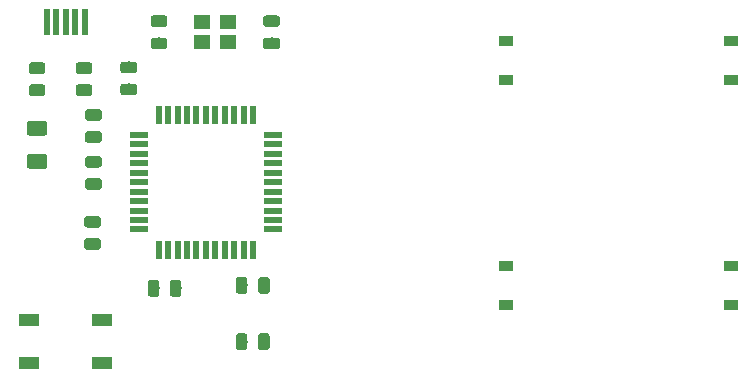
<source format=gbp>
G04 #@! TF.GenerationSoftware,KiCad,Pcbnew,(5.1.4-0-10_14)*
G04 #@! TF.CreationDate,2021-03-21T04:54:58+00:00*
G04 #@! TF.ProjectId,aio3,61696f33-2e6b-4696-9361-645f70636258,rev?*
G04 #@! TF.SameCoordinates,Original*
G04 #@! TF.FileFunction,Paste,Bot*
G04 #@! TF.FilePolarity,Positive*
%FSLAX46Y46*%
G04 Gerber Fmt 4.6, Leading zero omitted, Abs format (unit mm)*
G04 Created by KiCad (PCBNEW (5.1.4-0-10_14)) date 2021-03-21 04:54:58*
%MOMM*%
%LPD*%
G04 APERTURE LIST*
%ADD10R,0.500000X2.250000*%
%ADD11R,1.800000X1.100000*%
%ADD12C,0.100000*%
%ADD13C,0.975000*%
%ADD14R,1.400000X1.200000*%
%ADD15R,0.550000X1.500000*%
%ADD16R,1.500000X0.550000*%
%ADD17R,1.200000X0.900000*%
%ADD18C,1.250000*%
G04 APERTURE END LIST*
D10*
X81013500Y-68000000D03*
X81813500Y-68000000D03*
X82613500Y-68000000D03*
X83413500Y-68000000D03*
X84213500Y-68000000D03*
D11*
X85681750Y-96909500D03*
X79481750Y-93209500D03*
X85681750Y-93209500D03*
X79481750Y-96909500D03*
D12*
G36*
X99661892Y-94360674D02*
G01*
X99685553Y-94364184D01*
X99708757Y-94369996D01*
X99731279Y-94378054D01*
X99752903Y-94388282D01*
X99773420Y-94400579D01*
X99792633Y-94414829D01*
X99810357Y-94430893D01*
X99826421Y-94448617D01*
X99840671Y-94467830D01*
X99852968Y-94488347D01*
X99863196Y-94509971D01*
X99871254Y-94532493D01*
X99877066Y-94555697D01*
X99880576Y-94579358D01*
X99881750Y-94603250D01*
X99881750Y-95515750D01*
X99880576Y-95539642D01*
X99877066Y-95563303D01*
X99871254Y-95586507D01*
X99863196Y-95609029D01*
X99852968Y-95630653D01*
X99840671Y-95651170D01*
X99826421Y-95670383D01*
X99810357Y-95688107D01*
X99792633Y-95704171D01*
X99773420Y-95718421D01*
X99752903Y-95730718D01*
X99731279Y-95740946D01*
X99708757Y-95749004D01*
X99685553Y-95754816D01*
X99661892Y-95758326D01*
X99638000Y-95759500D01*
X99150500Y-95759500D01*
X99126608Y-95758326D01*
X99102947Y-95754816D01*
X99079743Y-95749004D01*
X99057221Y-95740946D01*
X99035597Y-95730718D01*
X99015080Y-95718421D01*
X98995867Y-95704171D01*
X98978143Y-95688107D01*
X98962079Y-95670383D01*
X98947829Y-95651170D01*
X98935532Y-95630653D01*
X98925304Y-95609029D01*
X98917246Y-95586507D01*
X98911434Y-95563303D01*
X98907924Y-95539642D01*
X98906750Y-95515750D01*
X98906750Y-94603250D01*
X98907924Y-94579358D01*
X98911434Y-94555697D01*
X98917246Y-94532493D01*
X98925304Y-94509971D01*
X98935532Y-94488347D01*
X98947829Y-94467830D01*
X98962079Y-94448617D01*
X98978143Y-94430893D01*
X98995867Y-94414829D01*
X99015080Y-94400579D01*
X99035597Y-94388282D01*
X99057221Y-94378054D01*
X99079743Y-94369996D01*
X99102947Y-94364184D01*
X99126608Y-94360674D01*
X99150500Y-94359500D01*
X99638000Y-94359500D01*
X99661892Y-94360674D01*
X99661892Y-94360674D01*
G37*
D13*
X99394250Y-95059500D03*
D12*
G36*
X97786892Y-94360674D02*
G01*
X97810553Y-94364184D01*
X97833757Y-94369996D01*
X97856279Y-94378054D01*
X97877903Y-94388282D01*
X97898420Y-94400579D01*
X97917633Y-94414829D01*
X97935357Y-94430893D01*
X97951421Y-94448617D01*
X97965671Y-94467830D01*
X97977968Y-94488347D01*
X97988196Y-94509971D01*
X97996254Y-94532493D01*
X98002066Y-94555697D01*
X98005576Y-94579358D01*
X98006750Y-94603250D01*
X98006750Y-95515750D01*
X98005576Y-95539642D01*
X98002066Y-95563303D01*
X97996254Y-95586507D01*
X97988196Y-95609029D01*
X97977968Y-95630653D01*
X97965671Y-95651170D01*
X97951421Y-95670383D01*
X97935357Y-95688107D01*
X97917633Y-95704171D01*
X97898420Y-95718421D01*
X97877903Y-95730718D01*
X97856279Y-95740946D01*
X97833757Y-95749004D01*
X97810553Y-95754816D01*
X97786892Y-95758326D01*
X97763000Y-95759500D01*
X97275500Y-95759500D01*
X97251608Y-95758326D01*
X97227947Y-95754816D01*
X97204743Y-95749004D01*
X97182221Y-95740946D01*
X97160597Y-95730718D01*
X97140080Y-95718421D01*
X97120867Y-95704171D01*
X97103143Y-95688107D01*
X97087079Y-95670383D01*
X97072829Y-95651170D01*
X97060532Y-95630653D01*
X97050304Y-95609029D01*
X97042246Y-95586507D01*
X97036434Y-95563303D01*
X97032924Y-95539642D01*
X97031750Y-95515750D01*
X97031750Y-94603250D01*
X97032924Y-94579358D01*
X97036434Y-94555697D01*
X97042246Y-94532493D01*
X97050304Y-94509971D01*
X97060532Y-94488347D01*
X97072829Y-94467830D01*
X97087079Y-94448617D01*
X97103143Y-94430893D01*
X97120867Y-94414829D01*
X97140080Y-94400579D01*
X97160597Y-94388282D01*
X97182221Y-94378054D01*
X97204743Y-94369996D01*
X97227947Y-94364184D01*
X97251608Y-94360674D01*
X97275500Y-94359500D01*
X97763000Y-94359500D01*
X97786892Y-94360674D01*
X97786892Y-94360674D01*
G37*
D13*
X97519250Y-95059500D03*
D14*
X96381750Y-68015750D03*
X94181750Y-68015750D03*
X94181750Y-69715750D03*
X96381750Y-69715750D03*
D15*
X90488000Y-87265750D03*
X91288000Y-87265750D03*
X92088000Y-87265750D03*
X92888000Y-87265750D03*
X93688000Y-87265750D03*
X94488000Y-87265750D03*
X95288000Y-87265750D03*
X96088000Y-87265750D03*
X96888000Y-87265750D03*
X97688000Y-87265750D03*
X98488000Y-87265750D03*
D16*
X100188000Y-85565750D03*
X100188000Y-84765750D03*
X100188000Y-83965750D03*
X100188000Y-83165750D03*
X100188000Y-82365750D03*
X100188000Y-81565750D03*
X100188000Y-80765750D03*
X100188000Y-79965750D03*
X100188000Y-79165750D03*
X100188000Y-78365750D03*
X100188000Y-77565750D03*
D15*
X98488000Y-75865750D03*
X97688000Y-75865750D03*
X96888000Y-75865750D03*
X96088000Y-75865750D03*
X95288000Y-75865750D03*
X94488000Y-75865750D03*
X93688000Y-75865750D03*
X92888000Y-75865750D03*
X92088000Y-75865750D03*
X91288000Y-75865750D03*
X90488000Y-75865750D03*
D16*
X88788000Y-77565750D03*
X88788000Y-78365750D03*
X88788000Y-79165750D03*
X88788000Y-79965750D03*
X88788000Y-80765750D03*
X88788000Y-81565750D03*
X88788000Y-82365750D03*
X88788000Y-83165750D03*
X88788000Y-83965750D03*
X88788000Y-84765750D03*
X88788000Y-85565750D03*
D12*
G36*
X88427642Y-71347174D02*
G01*
X88451303Y-71350684D01*
X88474507Y-71356496D01*
X88497029Y-71364554D01*
X88518653Y-71374782D01*
X88539170Y-71387079D01*
X88558383Y-71401329D01*
X88576107Y-71417393D01*
X88592171Y-71435117D01*
X88606421Y-71454330D01*
X88618718Y-71474847D01*
X88628946Y-71496471D01*
X88637004Y-71518993D01*
X88642816Y-71542197D01*
X88646326Y-71565858D01*
X88647500Y-71589750D01*
X88647500Y-72077250D01*
X88646326Y-72101142D01*
X88642816Y-72124803D01*
X88637004Y-72148007D01*
X88628946Y-72170529D01*
X88618718Y-72192153D01*
X88606421Y-72212670D01*
X88592171Y-72231883D01*
X88576107Y-72249607D01*
X88558383Y-72265671D01*
X88539170Y-72279921D01*
X88518653Y-72292218D01*
X88497029Y-72302446D01*
X88474507Y-72310504D01*
X88451303Y-72316316D01*
X88427642Y-72319826D01*
X88403750Y-72321000D01*
X87491250Y-72321000D01*
X87467358Y-72319826D01*
X87443697Y-72316316D01*
X87420493Y-72310504D01*
X87397971Y-72302446D01*
X87376347Y-72292218D01*
X87355830Y-72279921D01*
X87336617Y-72265671D01*
X87318893Y-72249607D01*
X87302829Y-72231883D01*
X87288579Y-72212670D01*
X87276282Y-72192153D01*
X87266054Y-72170529D01*
X87257996Y-72148007D01*
X87252184Y-72124803D01*
X87248674Y-72101142D01*
X87247500Y-72077250D01*
X87247500Y-71589750D01*
X87248674Y-71565858D01*
X87252184Y-71542197D01*
X87257996Y-71518993D01*
X87266054Y-71496471D01*
X87276282Y-71474847D01*
X87288579Y-71454330D01*
X87302829Y-71435117D01*
X87318893Y-71417393D01*
X87336617Y-71401329D01*
X87355830Y-71387079D01*
X87376347Y-71374782D01*
X87397971Y-71364554D01*
X87420493Y-71356496D01*
X87443697Y-71350684D01*
X87467358Y-71347174D01*
X87491250Y-71346000D01*
X88403750Y-71346000D01*
X88427642Y-71347174D01*
X88427642Y-71347174D01*
G37*
D13*
X87947500Y-71833500D03*
D12*
G36*
X88427642Y-73222174D02*
G01*
X88451303Y-73225684D01*
X88474507Y-73231496D01*
X88497029Y-73239554D01*
X88518653Y-73249782D01*
X88539170Y-73262079D01*
X88558383Y-73276329D01*
X88576107Y-73292393D01*
X88592171Y-73310117D01*
X88606421Y-73329330D01*
X88618718Y-73349847D01*
X88628946Y-73371471D01*
X88637004Y-73393993D01*
X88642816Y-73417197D01*
X88646326Y-73440858D01*
X88647500Y-73464750D01*
X88647500Y-73952250D01*
X88646326Y-73976142D01*
X88642816Y-73999803D01*
X88637004Y-74023007D01*
X88628946Y-74045529D01*
X88618718Y-74067153D01*
X88606421Y-74087670D01*
X88592171Y-74106883D01*
X88576107Y-74124607D01*
X88558383Y-74140671D01*
X88539170Y-74154921D01*
X88518653Y-74167218D01*
X88497029Y-74177446D01*
X88474507Y-74185504D01*
X88451303Y-74191316D01*
X88427642Y-74194826D01*
X88403750Y-74196000D01*
X87491250Y-74196000D01*
X87467358Y-74194826D01*
X87443697Y-74191316D01*
X87420493Y-74185504D01*
X87397971Y-74177446D01*
X87376347Y-74167218D01*
X87355830Y-74154921D01*
X87336617Y-74140671D01*
X87318893Y-74124607D01*
X87302829Y-74106883D01*
X87288579Y-74087670D01*
X87276282Y-74067153D01*
X87266054Y-74045529D01*
X87257996Y-74023007D01*
X87252184Y-73999803D01*
X87248674Y-73976142D01*
X87247500Y-73952250D01*
X87247500Y-73464750D01*
X87248674Y-73440858D01*
X87252184Y-73417197D01*
X87257996Y-73393993D01*
X87266054Y-73371471D01*
X87276282Y-73349847D01*
X87288579Y-73329330D01*
X87302829Y-73310117D01*
X87318893Y-73292393D01*
X87336617Y-73276329D01*
X87355830Y-73262079D01*
X87376347Y-73249782D01*
X87397971Y-73239554D01*
X87420493Y-73231496D01*
X87443697Y-73225684D01*
X87467358Y-73222174D01*
X87491250Y-73221000D01*
X88403750Y-73221000D01*
X88427642Y-73222174D01*
X88427642Y-73222174D01*
G37*
D13*
X87947500Y-73708500D03*
D12*
G36*
X84649392Y-71410674D02*
G01*
X84673053Y-71414184D01*
X84696257Y-71419996D01*
X84718779Y-71428054D01*
X84740403Y-71438282D01*
X84760920Y-71450579D01*
X84780133Y-71464829D01*
X84797857Y-71480893D01*
X84813921Y-71498617D01*
X84828171Y-71517830D01*
X84840468Y-71538347D01*
X84850696Y-71559971D01*
X84858754Y-71582493D01*
X84864566Y-71605697D01*
X84868076Y-71629358D01*
X84869250Y-71653250D01*
X84869250Y-72140750D01*
X84868076Y-72164642D01*
X84864566Y-72188303D01*
X84858754Y-72211507D01*
X84850696Y-72234029D01*
X84840468Y-72255653D01*
X84828171Y-72276170D01*
X84813921Y-72295383D01*
X84797857Y-72313107D01*
X84780133Y-72329171D01*
X84760920Y-72343421D01*
X84740403Y-72355718D01*
X84718779Y-72365946D01*
X84696257Y-72374004D01*
X84673053Y-72379816D01*
X84649392Y-72383326D01*
X84625500Y-72384500D01*
X83713000Y-72384500D01*
X83689108Y-72383326D01*
X83665447Y-72379816D01*
X83642243Y-72374004D01*
X83619721Y-72365946D01*
X83598097Y-72355718D01*
X83577580Y-72343421D01*
X83558367Y-72329171D01*
X83540643Y-72313107D01*
X83524579Y-72295383D01*
X83510329Y-72276170D01*
X83498032Y-72255653D01*
X83487804Y-72234029D01*
X83479746Y-72211507D01*
X83473934Y-72188303D01*
X83470424Y-72164642D01*
X83469250Y-72140750D01*
X83469250Y-71653250D01*
X83470424Y-71629358D01*
X83473934Y-71605697D01*
X83479746Y-71582493D01*
X83487804Y-71559971D01*
X83498032Y-71538347D01*
X83510329Y-71517830D01*
X83524579Y-71498617D01*
X83540643Y-71480893D01*
X83558367Y-71464829D01*
X83577580Y-71450579D01*
X83598097Y-71438282D01*
X83619721Y-71428054D01*
X83642243Y-71419996D01*
X83665447Y-71414184D01*
X83689108Y-71410674D01*
X83713000Y-71409500D01*
X84625500Y-71409500D01*
X84649392Y-71410674D01*
X84649392Y-71410674D01*
G37*
D13*
X84169250Y-71897000D03*
D12*
G36*
X84649392Y-73285674D02*
G01*
X84673053Y-73289184D01*
X84696257Y-73294996D01*
X84718779Y-73303054D01*
X84740403Y-73313282D01*
X84760920Y-73325579D01*
X84780133Y-73339829D01*
X84797857Y-73355893D01*
X84813921Y-73373617D01*
X84828171Y-73392830D01*
X84840468Y-73413347D01*
X84850696Y-73434971D01*
X84858754Y-73457493D01*
X84864566Y-73480697D01*
X84868076Y-73504358D01*
X84869250Y-73528250D01*
X84869250Y-74015750D01*
X84868076Y-74039642D01*
X84864566Y-74063303D01*
X84858754Y-74086507D01*
X84850696Y-74109029D01*
X84840468Y-74130653D01*
X84828171Y-74151170D01*
X84813921Y-74170383D01*
X84797857Y-74188107D01*
X84780133Y-74204171D01*
X84760920Y-74218421D01*
X84740403Y-74230718D01*
X84718779Y-74240946D01*
X84696257Y-74249004D01*
X84673053Y-74254816D01*
X84649392Y-74258326D01*
X84625500Y-74259500D01*
X83713000Y-74259500D01*
X83689108Y-74258326D01*
X83665447Y-74254816D01*
X83642243Y-74249004D01*
X83619721Y-74240946D01*
X83598097Y-74230718D01*
X83577580Y-74218421D01*
X83558367Y-74204171D01*
X83540643Y-74188107D01*
X83524579Y-74170383D01*
X83510329Y-74151170D01*
X83498032Y-74130653D01*
X83487804Y-74109029D01*
X83479746Y-74086507D01*
X83473934Y-74063303D01*
X83470424Y-74039642D01*
X83469250Y-74015750D01*
X83469250Y-73528250D01*
X83470424Y-73504358D01*
X83473934Y-73480697D01*
X83479746Y-73457493D01*
X83487804Y-73434971D01*
X83498032Y-73413347D01*
X83510329Y-73392830D01*
X83524579Y-73373617D01*
X83540643Y-73355893D01*
X83558367Y-73339829D01*
X83577580Y-73325579D01*
X83598097Y-73313282D01*
X83619721Y-73303054D01*
X83642243Y-73294996D01*
X83665447Y-73289184D01*
X83689108Y-73285674D01*
X83713000Y-73284500D01*
X84625500Y-73284500D01*
X84649392Y-73285674D01*
X84649392Y-73285674D01*
G37*
D13*
X84169250Y-73772000D03*
D12*
G36*
X97786892Y-89598174D02*
G01*
X97810553Y-89601684D01*
X97833757Y-89607496D01*
X97856279Y-89615554D01*
X97877903Y-89625782D01*
X97898420Y-89638079D01*
X97917633Y-89652329D01*
X97935357Y-89668393D01*
X97951421Y-89686117D01*
X97965671Y-89705330D01*
X97977968Y-89725847D01*
X97988196Y-89747471D01*
X97996254Y-89769993D01*
X98002066Y-89793197D01*
X98005576Y-89816858D01*
X98006750Y-89840750D01*
X98006750Y-90753250D01*
X98005576Y-90777142D01*
X98002066Y-90800803D01*
X97996254Y-90824007D01*
X97988196Y-90846529D01*
X97977968Y-90868153D01*
X97965671Y-90888670D01*
X97951421Y-90907883D01*
X97935357Y-90925607D01*
X97917633Y-90941671D01*
X97898420Y-90955921D01*
X97877903Y-90968218D01*
X97856279Y-90978446D01*
X97833757Y-90986504D01*
X97810553Y-90992316D01*
X97786892Y-90995826D01*
X97763000Y-90997000D01*
X97275500Y-90997000D01*
X97251608Y-90995826D01*
X97227947Y-90992316D01*
X97204743Y-90986504D01*
X97182221Y-90978446D01*
X97160597Y-90968218D01*
X97140080Y-90955921D01*
X97120867Y-90941671D01*
X97103143Y-90925607D01*
X97087079Y-90907883D01*
X97072829Y-90888670D01*
X97060532Y-90868153D01*
X97050304Y-90846529D01*
X97042246Y-90824007D01*
X97036434Y-90800803D01*
X97032924Y-90777142D01*
X97031750Y-90753250D01*
X97031750Y-89840750D01*
X97032924Y-89816858D01*
X97036434Y-89793197D01*
X97042246Y-89769993D01*
X97050304Y-89747471D01*
X97060532Y-89725847D01*
X97072829Y-89705330D01*
X97087079Y-89686117D01*
X97103143Y-89668393D01*
X97120867Y-89652329D01*
X97140080Y-89638079D01*
X97160597Y-89625782D01*
X97182221Y-89615554D01*
X97204743Y-89607496D01*
X97227947Y-89601684D01*
X97251608Y-89598174D01*
X97275500Y-89597000D01*
X97763000Y-89597000D01*
X97786892Y-89598174D01*
X97786892Y-89598174D01*
G37*
D13*
X97519250Y-90297000D03*
D12*
G36*
X99661892Y-89598174D02*
G01*
X99685553Y-89601684D01*
X99708757Y-89607496D01*
X99731279Y-89615554D01*
X99752903Y-89625782D01*
X99773420Y-89638079D01*
X99792633Y-89652329D01*
X99810357Y-89668393D01*
X99826421Y-89686117D01*
X99840671Y-89705330D01*
X99852968Y-89725847D01*
X99863196Y-89747471D01*
X99871254Y-89769993D01*
X99877066Y-89793197D01*
X99880576Y-89816858D01*
X99881750Y-89840750D01*
X99881750Y-90753250D01*
X99880576Y-90777142D01*
X99877066Y-90800803D01*
X99871254Y-90824007D01*
X99863196Y-90846529D01*
X99852968Y-90868153D01*
X99840671Y-90888670D01*
X99826421Y-90907883D01*
X99810357Y-90925607D01*
X99792633Y-90941671D01*
X99773420Y-90955921D01*
X99752903Y-90968218D01*
X99731279Y-90978446D01*
X99708757Y-90986504D01*
X99685553Y-90992316D01*
X99661892Y-90995826D01*
X99638000Y-90997000D01*
X99150500Y-90997000D01*
X99126608Y-90995826D01*
X99102947Y-90992316D01*
X99079743Y-90986504D01*
X99057221Y-90978446D01*
X99035597Y-90968218D01*
X99015080Y-90955921D01*
X98995867Y-90941671D01*
X98978143Y-90925607D01*
X98962079Y-90907883D01*
X98947829Y-90888670D01*
X98935532Y-90868153D01*
X98925304Y-90846529D01*
X98917246Y-90824007D01*
X98911434Y-90800803D01*
X98907924Y-90777142D01*
X98906750Y-90753250D01*
X98906750Y-89840750D01*
X98907924Y-89816858D01*
X98911434Y-89793197D01*
X98917246Y-89769993D01*
X98925304Y-89747471D01*
X98935532Y-89725847D01*
X98947829Y-89705330D01*
X98962079Y-89686117D01*
X98978143Y-89668393D01*
X98995867Y-89652329D01*
X99015080Y-89638079D01*
X99035597Y-89625782D01*
X99057221Y-89615554D01*
X99079743Y-89607496D01*
X99102947Y-89601684D01*
X99126608Y-89598174D01*
X99150500Y-89597000D01*
X99638000Y-89597000D01*
X99661892Y-89598174D01*
X99661892Y-89598174D01*
G37*
D13*
X99394250Y-90297000D03*
D17*
X138938000Y-72897000D03*
X138938000Y-69597000D03*
D12*
G36*
X85443142Y-77254424D02*
G01*
X85466803Y-77257934D01*
X85490007Y-77263746D01*
X85512529Y-77271804D01*
X85534153Y-77282032D01*
X85554670Y-77294329D01*
X85573883Y-77308579D01*
X85591607Y-77324643D01*
X85607671Y-77342367D01*
X85621921Y-77361580D01*
X85634218Y-77382097D01*
X85644446Y-77403721D01*
X85652504Y-77426243D01*
X85658316Y-77449447D01*
X85661826Y-77473108D01*
X85663000Y-77497000D01*
X85663000Y-77984500D01*
X85661826Y-78008392D01*
X85658316Y-78032053D01*
X85652504Y-78055257D01*
X85644446Y-78077779D01*
X85634218Y-78099403D01*
X85621921Y-78119920D01*
X85607671Y-78139133D01*
X85591607Y-78156857D01*
X85573883Y-78172921D01*
X85554670Y-78187171D01*
X85534153Y-78199468D01*
X85512529Y-78209696D01*
X85490007Y-78217754D01*
X85466803Y-78223566D01*
X85443142Y-78227076D01*
X85419250Y-78228250D01*
X84506750Y-78228250D01*
X84482858Y-78227076D01*
X84459197Y-78223566D01*
X84435993Y-78217754D01*
X84413471Y-78209696D01*
X84391847Y-78199468D01*
X84371330Y-78187171D01*
X84352117Y-78172921D01*
X84334393Y-78156857D01*
X84318329Y-78139133D01*
X84304079Y-78119920D01*
X84291782Y-78099403D01*
X84281554Y-78077779D01*
X84273496Y-78055257D01*
X84267684Y-78032053D01*
X84264174Y-78008392D01*
X84263000Y-77984500D01*
X84263000Y-77497000D01*
X84264174Y-77473108D01*
X84267684Y-77449447D01*
X84273496Y-77426243D01*
X84281554Y-77403721D01*
X84291782Y-77382097D01*
X84304079Y-77361580D01*
X84318329Y-77342367D01*
X84334393Y-77324643D01*
X84352117Y-77308579D01*
X84371330Y-77294329D01*
X84391847Y-77282032D01*
X84413471Y-77271804D01*
X84435993Y-77263746D01*
X84459197Y-77257934D01*
X84482858Y-77254424D01*
X84506750Y-77253250D01*
X85419250Y-77253250D01*
X85443142Y-77254424D01*
X85443142Y-77254424D01*
G37*
D13*
X84963000Y-77740750D03*
D12*
G36*
X85443142Y-75379424D02*
G01*
X85466803Y-75382934D01*
X85490007Y-75388746D01*
X85512529Y-75396804D01*
X85534153Y-75407032D01*
X85554670Y-75419329D01*
X85573883Y-75433579D01*
X85591607Y-75449643D01*
X85607671Y-75467367D01*
X85621921Y-75486580D01*
X85634218Y-75507097D01*
X85644446Y-75528721D01*
X85652504Y-75551243D01*
X85658316Y-75574447D01*
X85661826Y-75598108D01*
X85663000Y-75622000D01*
X85663000Y-76109500D01*
X85661826Y-76133392D01*
X85658316Y-76157053D01*
X85652504Y-76180257D01*
X85644446Y-76202779D01*
X85634218Y-76224403D01*
X85621921Y-76244920D01*
X85607671Y-76264133D01*
X85591607Y-76281857D01*
X85573883Y-76297921D01*
X85554670Y-76312171D01*
X85534153Y-76324468D01*
X85512529Y-76334696D01*
X85490007Y-76342754D01*
X85466803Y-76348566D01*
X85443142Y-76352076D01*
X85419250Y-76353250D01*
X84506750Y-76353250D01*
X84482858Y-76352076D01*
X84459197Y-76348566D01*
X84435993Y-76342754D01*
X84413471Y-76334696D01*
X84391847Y-76324468D01*
X84371330Y-76312171D01*
X84352117Y-76297921D01*
X84334393Y-76281857D01*
X84318329Y-76264133D01*
X84304079Y-76244920D01*
X84291782Y-76224403D01*
X84281554Y-76202779D01*
X84273496Y-76180257D01*
X84267684Y-76157053D01*
X84264174Y-76133392D01*
X84263000Y-76109500D01*
X84263000Y-75622000D01*
X84264174Y-75598108D01*
X84267684Y-75574447D01*
X84273496Y-75551243D01*
X84281554Y-75528721D01*
X84291782Y-75507097D01*
X84304079Y-75486580D01*
X84318329Y-75467367D01*
X84334393Y-75449643D01*
X84352117Y-75433579D01*
X84371330Y-75419329D01*
X84391847Y-75407032D01*
X84413471Y-75396804D01*
X84435993Y-75388746D01*
X84459197Y-75382934D01*
X84482858Y-75379424D01*
X84506750Y-75378250D01*
X85419250Y-75378250D01*
X85443142Y-75379424D01*
X85443142Y-75379424D01*
G37*
D13*
X84963000Y-75865750D03*
D12*
G36*
X80680642Y-71410674D02*
G01*
X80704303Y-71414184D01*
X80727507Y-71419996D01*
X80750029Y-71428054D01*
X80771653Y-71438282D01*
X80792170Y-71450579D01*
X80811383Y-71464829D01*
X80829107Y-71480893D01*
X80845171Y-71498617D01*
X80859421Y-71517830D01*
X80871718Y-71538347D01*
X80881946Y-71559971D01*
X80890004Y-71582493D01*
X80895816Y-71605697D01*
X80899326Y-71629358D01*
X80900500Y-71653250D01*
X80900500Y-72140750D01*
X80899326Y-72164642D01*
X80895816Y-72188303D01*
X80890004Y-72211507D01*
X80881946Y-72234029D01*
X80871718Y-72255653D01*
X80859421Y-72276170D01*
X80845171Y-72295383D01*
X80829107Y-72313107D01*
X80811383Y-72329171D01*
X80792170Y-72343421D01*
X80771653Y-72355718D01*
X80750029Y-72365946D01*
X80727507Y-72374004D01*
X80704303Y-72379816D01*
X80680642Y-72383326D01*
X80656750Y-72384500D01*
X79744250Y-72384500D01*
X79720358Y-72383326D01*
X79696697Y-72379816D01*
X79673493Y-72374004D01*
X79650971Y-72365946D01*
X79629347Y-72355718D01*
X79608830Y-72343421D01*
X79589617Y-72329171D01*
X79571893Y-72313107D01*
X79555829Y-72295383D01*
X79541579Y-72276170D01*
X79529282Y-72255653D01*
X79519054Y-72234029D01*
X79510996Y-72211507D01*
X79505184Y-72188303D01*
X79501674Y-72164642D01*
X79500500Y-72140750D01*
X79500500Y-71653250D01*
X79501674Y-71629358D01*
X79505184Y-71605697D01*
X79510996Y-71582493D01*
X79519054Y-71559971D01*
X79529282Y-71538347D01*
X79541579Y-71517830D01*
X79555829Y-71498617D01*
X79571893Y-71480893D01*
X79589617Y-71464829D01*
X79608830Y-71450579D01*
X79629347Y-71438282D01*
X79650971Y-71428054D01*
X79673493Y-71419996D01*
X79696697Y-71414184D01*
X79720358Y-71410674D01*
X79744250Y-71409500D01*
X80656750Y-71409500D01*
X80680642Y-71410674D01*
X80680642Y-71410674D01*
G37*
D13*
X80200500Y-71897000D03*
D12*
G36*
X80680642Y-73285674D02*
G01*
X80704303Y-73289184D01*
X80727507Y-73294996D01*
X80750029Y-73303054D01*
X80771653Y-73313282D01*
X80792170Y-73325579D01*
X80811383Y-73339829D01*
X80829107Y-73355893D01*
X80845171Y-73373617D01*
X80859421Y-73392830D01*
X80871718Y-73413347D01*
X80881946Y-73434971D01*
X80890004Y-73457493D01*
X80895816Y-73480697D01*
X80899326Y-73504358D01*
X80900500Y-73528250D01*
X80900500Y-74015750D01*
X80899326Y-74039642D01*
X80895816Y-74063303D01*
X80890004Y-74086507D01*
X80881946Y-74109029D01*
X80871718Y-74130653D01*
X80859421Y-74151170D01*
X80845171Y-74170383D01*
X80829107Y-74188107D01*
X80811383Y-74204171D01*
X80792170Y-74218421D01*
X80771653Y-74230718D01*
X80750029Y-74240946D01*
X80727507Y-74249004D01*
X80704303Y-74254816D01*
X80680642Y-74258326D01*
X80656750Y-74259500D01*
X79744250Y-74259500D01*
X79720358Y-74258326D01*
X79696697Y-74254816D01*
X79673493Y-74249004D01*
X79650971Y-74240946D01*
X79629347Y-74230718D01*
X79608830Y-74218421D01*
X79589617Y-74204171D01*
X79571893Y-74188107D01*
X79555829Y-74170383D01*
X79541579Y-74151170D01*
X79529282Y-74130653D01*
X79519054Y-74109029D01*
X79510996Y-74086507D01*
X79505184Y-74063303D01*
X79501674Y-74039642D01*
X79500500Y-74015750D01*
X79500500Y-73528250D01*
X79501674Y-73504358D01*
X79505184Y-73480697D01*
X79510996Y-73457493D01*
X79519054Y-73434971D01*
X79529282Y-73413347D01*
X79541579Y-73392830D01*
X79555829Y-73373617D01*
X79571893Y-73355893D01*
X79589617Y-73339829D01*
X79608830Y-73325579D01*
X79629347Y-73313282D01*
X79650971Y-73303054D01*
X79673493Y-73294996D01*
X79696697Y-73289184D01*
X79720358Y-73285674D01*
X79744250Y-73284500D01*
X80656750Y-73284500D01*
X80680642Y-73285674D01*
X80680642Y-73285674D01*
G37*
D13*
X80200500Y-73772000D03*
D12*
G36*
X92200642Y-89852174D02*
G01*
X92224303Y-89855684D01*
X92247507Y-89861496D01*
X92270029Y-89869554D01*
X92291653Y-89879782D01*
X92312170Y-89892079D01*
X92331383Y-89906329D01*
X92349107Y-89922393D01*
X92365171Y-89940117D01*
X92379421Y-89959330D01*
X92391718Y-89979847D01*
X92401946Y-90001471D01*
X92410004Y-90023993D01*
X92415816Y-90047197D01*
X92419326Y-90070858D01*
X92420500Y-90094750D01*
X92420500Y-91007250D01*
X92419326Y-91031142D01*
X92415816Y-91054803D01*
X92410004Y-91078007D01*
X92401946Y-91100529D01*
X92391718Y-91122153D01*
X92379421Y-91142670D01*
X92365171Y-91161883D01*
X92349107Y-91179607D01*
X92331383Y-91195671D01*
X92312170Y-91209921D01*
X92291653Y-91222218D01*
X92270029Y-91232446D01*
X92247507Y-91240504D01*
X92224303Y-91246316D01*
X92200642Y-91249826D01*
X92176750Y-91251000D01*
X91689250Y-91251000D01*
X91665358Y-91249826D01*
X91641697Y-91246316D01*
X91618493Y-91240504D01*
X91595971Y-91232446D01*
X91574347Y-91222218D01*
X91553830Y-91209921D01*
X91534617Y-91195671D01*
X91516893Y-91179607D01*
X91500829Y-91161883D01*
X91486579Y-91142670D01*
X91474282Y-91122153D01*
X91464054Y-91100529D01*
X91455996Y-91078007D01*
X91450184Y-91054803D01*
X91446674Y-91031142D01*
X91445500Y-91007250D01*
X91445500Y-90094750D01*
X91446674Y-90070858D01*
X91450184Y-90047197D01*
X91455996Y-90023993D01*
X91464054Y-90001471D01*
X91474282Y-89979847D01*
X91486579Y-89959330D01*
X91500829Y-89940117D01*
X91516893Y-89922393D01*
X91534617Y-89906329D01*
X91553830Y-89892079D01*
X91574347Y-89879782D01*
X91595971Y-89869554D01*
X91618493Y-89861496D01*
X91641697Y-89855684D01*
X91665358Y-89852174D01*
X91689250Y-89851000D01*
X92176750Y-89851000D01*
X92200642Y-89852174D01*
X92200642Y-89852174D01*
G37*
D13*
X91933000Y-90551000D03*
D12*
G36*
X90325642Y-89852174D02*
G01*
X90349303Y-89855684D01*
X90372507Y-89861496D01*
X90395029Y-89869554D01*
X90416653Y-89879782D01*
X90437170Y-89892079D01*
X90456383Y-89906329D01*
X90474107Y-89922393D01*
X90490171Y-89940117D01*
X90504421Y-89959330D01*
X90516718Y-89979847D01*
X90526946Y-90001471D01*
X90535004Y-90023993D01*
X90540816Y-90047197D01*
X90544326Y-90070858D01*
X90545500Y-90094750D01*
X90545500Y-91007250D01*
X90544326Y-91031142D01*
X90540816Y-91054803D01*
X90535004Y-91078007D01*
X90526946Y-91100529D01*
X90516718Y-91122153D01*
X90504421Y-91142670D01*
X90490171Y-91161883D01*
X90474107Y-91179607D01*
X90456383Y-91195671D01*
X90437170Y-91209921D01*
X90416653Y-91222218D01*
X90395029Y-91232446D01*
X90372507Y-91240504D01*
X90349303Y-91246316D01*
X90325642Y-91249826D01*
X90301750Y-91251000D01*
X89814250Y-91251000D01*
X89790358Y-91249826D01*
X89766697Y-91246316D01*
X89743493Y-91240504D01*
X89720971Y-91232446D01*
X89699347Y-91222218D01*
X89678830Y-91209921D01*
X89659617Y-91195671D01*
X89641893Y-91179607D01*
X89625829Y-91161883D01*
X89611579Y-91142670D01*
X89599282Y-91122153D01*
X89589054Y-91100529D01*
X89580996Y-91078007D01*
X89575184Y-91054803D01*
X89571674Y-91031142D01*
X89570500Y-91007250D01*
X89570500Y-90094750D01*
X89571674Y-90070858D01*
X89575184Y-90047197D01*
X89580996Y-90023993D01*
X89589054Y-90001471D01*
X89599282Y-89979847D01*
X89611579Y-89959330D01*
X89625829Y-89940117D01*
X89641893Y-89922393D01*
X89659617Y-89906329D01*
X89678830Y-89892079D01*
X89699347Y-89879782D01*
X89720971Y-89869554D01*
X89743493Y-89861496D01*
X89766697Y-89855684D01*
X89790358Y-89852174D01*
X89814250Y-89851000D01*
X90301750Y-89851000D01*
X90325642Y-89852174D01*
X90325642Y-89852174D01*
G37*
D13*
X90058000Y-90551000D03*
D12*
G36*
X100524392Y-67441924D02*
G01*
X100548053Y-67445434D01*
X100571257Y-67451246D01*
X100593779Y-67459304D01*
X100615403Y-67469532D01*
X100635920Y-67481829D01*
X100655133Y-67496079D01*
X100672857Y-67512143D01*
X100688921Y-67529867D01*
X100703171Y-67549080D01*
X100715468Y-67569597D01*
X100725696Y-67591221D01*
X100733754Y-67613743D01*
X100739566Y-67636947D01*
X100743076Y-67660608D01*
X100744250Y-67684500D01*
X100744250Y-68172000D01*
X100743076Y-68195892D01*
X100739566Y-68219553D01*
X100733754Y-68242757D01*
X100725696Y-68265279D01*
X100715468Y-68286903D01*
X100703171Y-68307420D01*
X100688921Y-68326633D01*
X100672857Y-68344357D01*
X100655133Y-68360421D01*
X100635920Y-68374671D01*
X100615403Y-68386968D01*
X100593779Y-68397196D01*
X100571257Y-68405254D01*
X100548053Y-68411066D01*
X100524392Y-68414576D01*
X100500500Y-68415750D01*
X99588000Y-68415750D01*
X99564108Y-68414576D01*
X99540447Y-68411066D01*
X99517243Y-68405254D01*
X99494721Y-68397196D01*
X99473097Y-68386968D01*
X99452580Y-68374671D01*
X99433367Y-68360421D01*
X99415643Y-68344357D01*
X99399579Y-68326633D01*
X99385329Y-68307420D01*
X99373032Y-68286903D01*
X99362804Y-68265279D01*
X99354746Y-68242757D01*
X99348934Y-68219553D01*
X99345424Y-68195892D01*
X99344250Y-68172000D01*
X99344250Y-67684500D01*
X99345424Y-67660608D01*
X99348934Y-67636947D01*
X99354746Y-67613743D01*
X99362804Y-67591221D01*
X99373032Y-67569597D01*
X99385329Y-67549080D01*
X99399579Y-67529867D01*
X99415643Y-67512143D01*
X99433367Y-67496079D01*
X99452580Y-67481829D01*
X99473097Y-67469532D01*
X99494721Y-67459304D01*
X99517243Y-67451246D01*
X99540447Y-67445434D01*
X99564108Y-67441924D01*
X99588000Y-67440750D01*
X100500500Y-67440750D01*
X100524392Y-67441924D01*
X100524392Y-67441924D01*
G37*
D13*
X100044250Y-67928250D03*
D12*
G36*
X100524392Y-69316924D02*
G01*
X100548053Y-69320434D01*
X100571257Y-69326246D01*
X100593779Y-69334304D01*
X100615403Y-69344532D01*
X100635920Y-69356829D01*
X100655133Y-69371079D01*
X100672857Y-69387143D01*
X100688921Y-69404867D01*
X100703171Y-69424080D01*
X100715468Y-69444597D01*
X100725696Y-69466221D01*
X100733754Y-69488743D01*
X100739566Y-69511947D01*
X100743076Y-69535608D01*
X100744250Y-69559500D01*
X100744250Y-70047000D01*
X100743076Y-70070892D01*
X100739566Y-70094553D01*
X100733754Y-70117757D01*
X100725696Y-70140279D01*
X100715468Y-70161903D01*
X100703171Y-70182420D01*
X100688921Y-70201633D01*
X100672857Y-70219357D01*
X100655133Y-70235421D01*
X100635920Y-70249671D01*
X100615403Y-70261968D01*
X100593779Y-70272196D01*
X100571257Y-70280254D01*
X100548053Y-70286066D01*
X100524392Y-70289576D01*
X100500500Y-70290750D01*
X99588000Y-70290750D01*
X99564108Y-70289576D01*
X99540447Y-70286066D01*
X99517243Y-70280254D01*
X99494721Y-70272196D01*
X99473097Y-70261968D01*
X99452580Y-70249671D01*
X99433367Y-70235421D01*
X99415643Y-70219357D01*
X99399579Y-70201633D01*
X99385329Y-70182420D01*
X99373032Y-70161903D01*
X99362804Y-70140279D01*
X99354746Y-70117757D01*
X99348934Y-70094553D01*
X99345424Y-70070892D01*
X99344250Y-70047000D01*
X99344250Y-69559500D01*
X99345424Y-69535608D01*
X99348934Y-69511947D01*
X99354746Y-69488743D01*
X99362804Y-69466221D01*
X99373032Y-69444597D01*
X99385329Y-69424080D01*
X99399579Y-69404867D01*
X99415643Y-69387143D01*
X99433367Y-69371079D01*
X99452580Y-69356829D01*
X99473097Y-69344532D01*
X99494721Y-69334304D01*
X99517243Y-69326246D01*
X99540447Y-69320434D01*
X99564108Y-69316924D01*
X99588000Y-69315750D01*
X100500500Y-69315750D01*
X100524392Y-69316924D01*
X100524392Y-69316924D01*
G37*
D13*
X100044250Y-69803250D03*
D12*
G36*
X90999392Y-69316924D02*
G01*
X91023053Y-69320434D01*
X91046257Y-69326246D01*
X91068779Y-69334304D01*
X91090403Y-69344532D01*
X91110920Y-69356829D01*
X91130133Y-69371079D01*
X91147857Y-69387143D01*
X91163921Y-69404867D01*
X91178171Y-69424080D01*
X91190468Y-69444597D01*
X91200696Y-69466221D01*
X91208754Y-69488743D01*
X91214566Y-69511947D01*
X91218076Y-69535608D01*
X91219250Y-69559500D01*
X91219250Y-70047000D01*
X91218076Y-70070892D01*
X91214566Y-70094553D01*
X91208754Y-70117757D01*
X91200696Y-70140279D01*
X91190468Y-70161903D01*
X91178171Y-70182420D01*
X91163921Y-70201633D01*
X91147857Y-70219357D01*
X91130133Y-70235421D01*
X91110920Y-70249671D01*
X91090403Y-70261968D01*
X91068779Y-70272196D01*
X91046257Y-70280254D01*
X91023053Y-70286066D01*
X90999392Y-70289576D01*
X90975500Y-70290750D01*
X90063000Y-70290750D01*
X90039108Y-70289576D01*
X90015447Y-70286066D01*
X89992243Y-70280254D01*
X89969721Y-70272196D01*
X89948097Y-70261968D01*
X89927580Y-70249671D01*
X89908367Y-70235421D01*
X89890643Y-70219357D01*
X89874579Y-70201633D01*
X89860329Y-70182420D01*
X89848032Y-70161903D01*
X89837804Y-70140279D01*
X89829746Y-70117757D01*
X89823934Y-70094553D01*
X89820424Y-70070892D01*
X89819250Y-70047000D01*
X89819250Y-69559500D01*
X89820424Y-69535608D01*
X89823934Y-69511947D01*
X89829746Y-69488743D01*
X89837804Y-69466221D01*
X89848032Y-69444597D01*
X89860329Y-69424080D01*
X89874579Y-69404867D01*
X89890643Y-69387143D01*
X89908367Y-69371079D01*
X89927580Y-69356829D01*
X89948097Y-69344532D01*
X89969721Y-69334304D01*
X89992243Y-69326246D01*
X90015447Y-69320434D01*
X90039108Y-69316924D01*
X90063000Y-69315750D01*
X90975500Y-69315750D01*
X90999392Y-69316924D01*
X90999392Y-69316924D01*
G37*
D13*
X90519250Y-69803250D03*
D12*
G36*
X90999392Y-67441924D02*
G01*
X91023053Y-67445434D01*
X91046257Y-67451246D01*
X91068779Y-67459304D01*
X91090403Y-67469532D01*
X91110920Y-67481829D01*
X91130133Y-67496079D01*
X91147857Y-67512143D01*
X91163921Y-67529867D01*
X91178171Y-67549080D01*
X91190468Y-67569597D01*
X91200696Y-67591221D01*
X91208754Y-67613743D01*
X91214566Y-67636947D01*
X91218076Y-67660608D01*
X91219250Y-67684500D01*
X91219250Y-68172000D01*
X91218076Y-68195892D01*
X91214566Y-68219553D01*
X91208754Y-68242757D01*
X91200696Y-68265279D01*
X91190468Y-68286903D01*
X91178171Y-68307420D01*
X91163921Y-68326633D01*
X91147857Y-68344357D01*
X91130133Y-68360421D01*
X91110920Y-68374671D01*
X91090403Y-68386968D01*
X91068779Y-68397196D01*
X91046257Y-68405254D01*
X91023053Y-68411066D01*
X90999392Y-68414576D01*
X90975500Y-68415750D01*
X90063000Y-68415750D01*
X90039108Y-68414576D01*
X90015447Y-68411066D01*
X89992243Y-68405254D01*
X89969721Y-68397196D01*
X89948097Y-68386968D01*
X89927580Y-68374671D01*
X89908367Y-68360421D01*
X89890643Y-68344357D01*
X89874579Y-68326633D01*
X89860329Y-68307420D01*
X89848032Y-68286903D01*
X89837804Y-68265279D01*
X89829746Y-68242757D01*
X89823934Y-68219553D01*
X89820424Y-68195892D01*
X89819250Y-68172000D01*
X89819250Y-67684500D01*
X89820424Y-67660608D01*
X89823934Y-67636947D01*
X89829746Y-67613743D01*
X89837804Y-67591221D01*
X89848032Y-67569597D01*
X89860329Y-67549080D01*
X89874579Y-67529867D01*
X89890643Y-67512143D01*
X89908367Y-67496079D01*
X89927580Y-67481829D01*
X89948097Y-67469532D01*
X89969721Y-67459304D01*
X89992243Y-67451246D01*
X90015447Y-67445434D01*
X90039108Y-67441924D01*
X90063000Y-67440750D01*
X90975500Y-67440750D01*
X90999392Y-67441924D01*
X90999392Y-67441924D01*
G37*
D13*
X90519250Y-67928250D03*
D12*
G36*
X85379642Y-86303174D02*
G01*
X85403303Y-86306684D01*
X85426507Y-86312496D01*
X85449029Y-86320554D01*
X85470653Y-86330782D01*
X85491170Y-86343079D01*
X85510383Y-86357329D01*
X85528107Y-86373393D01*
X85544171Y-86391117D01*
X85558421Y-86410330D01*
X85570718Y-86430847D01*
X85580946Y-86452471D01*
X85589004Y-86474993D01*
X85594816Y-86498197D01*
X85598326Y-86521858D01*
X85599500Y-86545750D01*
X85599500Y-87033250D01*
X85598326Y-87057142D01*
X85594816Y-87080803D01*
X85589004Y-87104007D01*
X85580946Y-87126529D01*
X85570718Y-87148153D01*
X85558421Y-87168670D01*
X85544171Y-87187883D01*
X85528107Y-87205607D01*
X85510383Y-87221671D01*
X85491170Y-87235921D01*
X85470653Y-87248218D01*
X85449029Y-87258446D01*
X85426507Y-87266504D01*
X85403303Y-87272316D01*
X85379642Y-87275826D01*
X85355750Y-87277000D01*
X84443250Y-87277000D01*
X84419358Y-87275826D01*
X84395697Y-87272316D01*
X84372493Y-87266504D01*
X84349971Y-87258446D01*
X84328347Y-87248218D01*
X84307830Y-87235921D01*
X84288617Y-87221671D01*
X84270893Y-87205607D01*
X84254829Y-87187883D01*
X84240579Y-87168670D01*
X84228282Y-87148153D01*
X84218054Y-87126529D01*
X84209996Y-87104007D01*
X84204184Y-87080803D01*
X84200674Y-87057142D01*
X84199500Y-87033250D01*
X84199500Y-86545750D01*
X84200674Y-86521858D01*
X84204184Y-86498197D01*
X84209996Y-86474993D01*
X84218054Y-86452471D01*
X84228282Y-86430847D01*
X84240579Y-86410330D01*
X84254829Y-86391117D01*
X84270893Y-86373393D01*
X84288617Y-86357329D01*
X84307830Y-86343079D01*
X84328347Y-86330782D01*
X84349971Y-86320554D01*
X84372493Y-86312496D01*
X84395697Y-86306684D01*
X84419358Y-86303174D01*
X84443250Y-86302000D01*
X85355750Y-86302000D01*
X85379642Y-86303174D01*
X85379642Y-86303174D01*
G37*
D13*
X84899500Y-86789500D03*
D12*
G36*
X85379642Y-84428174D02*
G01*
X85403303Y-84431684D01*
X85426507Y-84437496D01*
X85449029Y-84445554D01*
X85470653Y-84455782D01*
X85491170Y-84468079D01*
X85510383Y-84482329D01*
X85528107Y-84498393D01*
X85544171Y-84516117D01*
X85558421Y-84535330D01*
X85570718Y-84555847D01*
X85580946Y-84577471D01*
X85589004Y-84599993D01*
X85594816Y-84623197D01*
X85598326Y-84646858D01*
X85599500Y-84670750D01*
X85599500Y-85158250D01*
X85598326Y-85182142D01*
X85594816Y-85205803D01*
X85589004Y-85229007D01*
X85580946Y-85251529D01*
X85570718Y-85273153D01*
X85558421Y-85293670D01*
X85544171Y-85312883D01*
X85528107Y-85330607D01*
X85510383Y-85346671D01*
X85491170Y-85360921D01*
X85470653Y-85373218D01*
X85449029Y-85383446D01*
X85426507Y-85391504D01*
X85403303Y-85397316D01*
X85379642Y-85400826D01*
X85355750Y-85402000D01*
X84443250Y-85402000D01*
X84419358Y-85400826D01*
X84395697Y-85397316D01*
X84372493Y-85391504D01*
X84349971Y-85383446D01*
X84328347Y-85373218D01*
X84307830Y-85360921D01*
X84288617Y-85346671D01*
X84270893Y-85330607D01*
X84254829Y-85312883D01*
X84240579Y-85293670D01*
X84228282Y-85273153D01*
X84218054Y-85251529D01*
X84209996Y-85229007D01*
X84204184Y-85205803D01*
X84200674Y-85182142D01*
X84199500Y-85158250D01*
X84199500Y-84670750D01*
X84200674Y-84646858D01*
X84204184Y-84623197D01*
X84209996Y-84599993D01*
X84218054Y-84577471D01*
X84228282Y-84555847D01*
X84240579Y-84535330D01*
X84254829Y-84516117D01*
X84270893Y-84498393D01*
X84288617Y-84482329D01*
X84307830Y-84468079D01*
X84328347Y-84455782D01*
X84349971Y-84445554D01*
X84372493Y-84437496D01*
X84395697Y-84431684D01*
X84419358Y-84428174D01*
X84443250Y-84427000D01*
X85355750Y-84427000D01*
X85379642Y-84428174D01*
X85379642Y-84428174D01*
G37*
D13*
X84899500Y-84914500D03*
D17*
X119888000Y-91947000D03*
X119888000Y-88647000D03*
D12*
G36*
X85443142Y-79348174D02*
G01*
X85466803Y-79351684D01*
X85490007Y-79357496D01*
X85512529Y-79365554D01*
X85534153Y-79375782D01*
X85554670Y-79388079D01*
X85573883Y-79402329D01*
X85591607Y-79418393D01*
X85607671Y-79436117D01*
X85621921Y-79455330D01*
X85634218Y-79475847D01*
X85644446Y-79497471D01*
X85652504Y-79519993D01*
X85658316Y-79543197D01*
X85661826Y-79566858D01*
X85663000Y-79590750D01*
X85663000Y-80078250D01*
X85661826Y-80102142D01*
X85658316Y-80125803D01*
X85652504Y-80149007D01*
X85644446Y-80171529D01*
X85634218Y-80193153D01*
X85621921Y-80213670D01*
X85607671Y-80232883D01*
X85591607Y-80250607D01*
X85573883Y-80266671D01*
X85554670Y-80280921D01*
X85534153Y-80293218D01*
X85512529Y-80303446D01*
X85490007Y-80311504D01*
X85466803Y-80317316D01*
X85443142Y-80320826D01*
X85419250Y-80322000D01*
X84506750Y-80322000D01*
X84482858Y-80320826D01*
X84459197Y-80317316D01*
X84435993Y-80311504D01*
X84413471Y-80303446D01*
X84391847Y-80293218D01*
X84371330Y-80280921D01*
X84352117Y-80266671D01*
X84334393Y-80250607D01*
X84318329Y-80232883D01*
X84304079Y-80213670D01*
X84291782Y-80193153D01*
X84281554Y-80171529D01*
X84273496Y-80149007D01*
X84267684Y-80125803D01*
X84264174Y-80102142D01*
X84263000Y-80078250D01*
X84263000Y-79590750D01*
X84264174Y-79566858D01*
X84267684Y-79543197D01*
X84273496Y-79519993D01*
X84281554Y-79497471D01*
X84291782Y-79475847D01*
X84304079Y-79455330D01*
X84318329Y-79436117D01*
X84334393Y-79418393D01*
X84352117Y-79402329D01*
X84371330Y-79388079D01*
X84391847Y-79375782D01*
X84413471Y-79365554D01*
X84435993Y-79357496D01*
X84459197Y-79351684D01*
X84482858Y-79348174D01*
X84506750Y-79347000D01*
X85419250Y-79347000D01*
X85443142Y-79348174D01*
X85443142Y-79348174D01*
G37*
D13*
X84963000Y-79834500D03*
D12*
G36*
X85443142Y-81223174D02*
G01*
X85466803Y-81226684D01*
X85490007Y-81232496D01*
X85512529Y-81240554D01*
X85534153Y-81250782D01*
X85554670Y-81263079D01*
X85573883Y-81277329D01*
X85591607Y-81293393D01*
X85607671Y-81311117D01*
X85621921Y-81330330D01*
X85634218Y-81350847D01*
X85644446Y-81372471D01*
X85652504Y-81394993D01*
X85658316Y-81418197D01*
X85661826Y-81441858D01*
X85663000Y-81465750D01*
X85663000Y-81953250D01*
X85661826Y-81977142D01*
X85658316Y-82000803D01*
X85652504Y-82024007D01*
X85644446Y-82046529D01*
X85634218Y-82068153D01*
X85621921Y-82088670D01*
X85607671Y-82107883D01*
X85591607Y-82125607D01*
X85573883Y-82141671D01*
X85554670Y-82155921D01*
X85534153Y-82168218D01*
X85512529Y-82178446D01*
X85490007Y-82186504D01*
X85466803Y-82192316D01*
X85443142Y-82195826D01*
X85419250Y-82197000D01*
X84506750Y-82197000D01*
X84482858Y-82195826D01*
X84459197Y-82192316D01*
X84435993Y-82186504D01*
X84413471Y-82178446D01*
X84391847Y-82168218D01*
X84371330Y-82155921D01*
X84352117Y-82141671D01*
X84334393Y-82125607D01*
X84318329Y-82107883D01*
X84304079Y-82088670D01*
X84291782Y-82068153D01*
X84281554Y-82046529D01*
X84273496Y-82024007D01*
X84267684Y-82000803D01*
X84264174Y-81977142D01*
X84263000Y-81953250D01*
X84263000Y-81465750D01*
X84264174Y-81441858D01*
X84267684Y-81418197D01*
X84273496Y-81394993D01*
X84281554Y-81372471D01*
X84291782Y-81350847D01*
X84304079Y-81330330D01*
X84318329Y-81311117D01*
X84334393Y-81293393D01*
X84352117Y-81277329D01*
X84371330Y-81263079D01*
X84391847Y-81250782D01*
X84413471Y-81240554D01*
X84435993Y-81232496D01*
X84459197Y-81226684D01*
X84482858Y-81223174D01*
X84506750Y-81222000D01*
X85419250Y-81222000D01*
X85443142Y-81223174D01*
X85443142Y-81223174D01*
G37*
D13*
X84963000Y-81709500D03*
D17*
X119888000Y-72897000D03*
X119888000Y-69597000D03*
D12*
G36*
X80850004Y-76366954D02*
G01*
X80874273Y-76370554D01*
X80898071Y-76376515D01*
X80921171Y-76384780D01*
X80943349Y-76395270D01*
X80964393Y-76407883D01*
X80984098Y-76422497D01*
X81002277Y-76438973D01*
X81018753Y-76457152D01*
X81033367Y-76476857D01*
X81045980Y-76497901D01*
X81056470Y-76520079D01*
X81064735Y-76543179D01*
X81070696Y-76566977D01*
X81074296Y-76591246D01*
X81075500Y-76615750D01*
X81075500Y-77365750D01*
X81074296Y-77390254D01*
X81070696Y-77414523D01*
X81064735Y-77438321D01*
X81056470Y-77461421D01*
X81045980Y-77483599D01*
X81033367Y-77504643D01*
X81018753Y-77524348D01*
X81002277Y-77542527D01*
X80984098Y-77559003D01*
X80964393Y-77573617D01*
X80943349Y-77586230D01*
X80921171Y-77596720D01*
X80898071Y-77604985D01*
X80874273Y-77610946D01*
X80850004Y-77614546D01*
X80825500Y-77615750D01*
X79575500Y-77615750D01*
X79550996Y-77614546D01*
X79526727Y-77610946D01*
X79502929Y-77604985D01*
X79479829Y-77596720D01*
X79457651Y-77586230D01*
X79436607Y-77573617D01*
X79416902Y-77559003D01*
X79398723Y-77542527D01*
X79382247Y-77524348D01*
X79367633Y-77504643D01*
X79355020Y-77483599D01*
X79344530Y-77461421D01*
X79336265Y-77438321D01*
X79330304Y-77414523D01*
X79326704Y-77390254D01*
X79325500Y-77365750D01*
X79325500Y-76615750D01*
X79326704Y-76591246D01*
X79330304Y-76566977D01*
X79336265Y-76543179D01*
X79344530Y-76520079D01*
X79355020Y-76497901D01*
X79367633Y-76476857D01*
X79382247Y-76457152D01*
X79398723Y-76438973D01*
X79416902Y-76422497D01*
X79436607Y-76407883D01*
X79457651Y-76395270D01*
X79479829Y-76384780D01*
X79502929Y-76376515D01*
X79526727Y-76370554D01*
X79550996Y-76366954D01*
X79575500Y-76365750D01*
X80825500Y-76365750D01*
X80850004Y-76366954D01*
X80850004Y-76366954D01*
G37*
D18*
X80200500Y-76990750D03*
D12*
G36*
X80850004Y-79166954D02*
G01*
X80874273Y-79170554D01*
X80898071Y-79176515D01*
X80921171Y-79184780D01*
X80943349Y-79195270D01*
X80964393Y-79207883D01*
X80984098Y-79222497D01*
X81002277Y-79238973D01*
X81018753Y-79257152D01*
X81033367Y-79276857D01*
X81045980Y-79297901D01*
X81056470Y-79320079D01*
X81064735Y-79343179D01*
X81070696Y-79366977D01*
X81074296Y-79391246D01*
X81075500Y-79415750D01*
X81075500Y-80165750D01*
X81074296Y-80190254D01*
X81070696Y-80214523D01*
X81064735Y-80238321D01*
X81056470Y-80261421D01*
X81045980Y-80283599D01*
X81033367Y-80304643D01*
X81018753Y-80324348D01*
X81002277Y-80342527D01*
X80984098Y-80359003D01*
X80964393Y-80373617D01*
X80943349Y-80386230D01*
X80921171Y-80396720D01*
X80898071Y-80404985D01*
X80874273Y-80410946D01*
X80850004Y-80414546D01*
X80825500Y-80415750D01*
X79575500Y-80415750D01*
X79550996Y-80414546D01*
X79526727Y-80410946D01*
X79502929Y-80404985D01*
X79479829Y-80396720D01*
X79457651Y-80386230D01*
X79436607Y-80373617D01*
X79416902Y-80359003D01*
X79398723Y-80342527D01*
X79382247Y-80324348D01*
X79367633Y-80304643D01*
X79355020Y-80283599D01*
X79344530Y-80261421D01*
X79336265Y-80238321D01*
X79330304Y-80214523D01*
X79326704Y-80190254D01*
X79325500Y-80165750D01*
X79325500Y-79415750D01*
X79326704Y-79391246D01*
X79330304Y-79366977D01*
X79336265Y-79343179D01*
X79344530Y-79320079D01*
X79355020Y-79297901D01*
X79367633Y-79276857D01*
X79382247Y-79257152D01*
X79398723Y-79238973D01*
X79416902Y-79222497D01*
X79436607Y-79207883D01*
X79457651Y-79195270D01*
X79479829Y-79184780D01*
X79502929Y-79176515D01*
X79526727Y-79170554D01*
X79550996Y-79166954D01*
X79575500Y-79165750D01*
X80825500Y-79165750D01*
X80850004Y-79166954D01*
X80850004Y-79166954D01*
G37*
D18*
X80200500Y-79790750D03*
D17*
X138938000Y-91947000D03*
X138938000Y-88647000D03*
M02*

</source>
